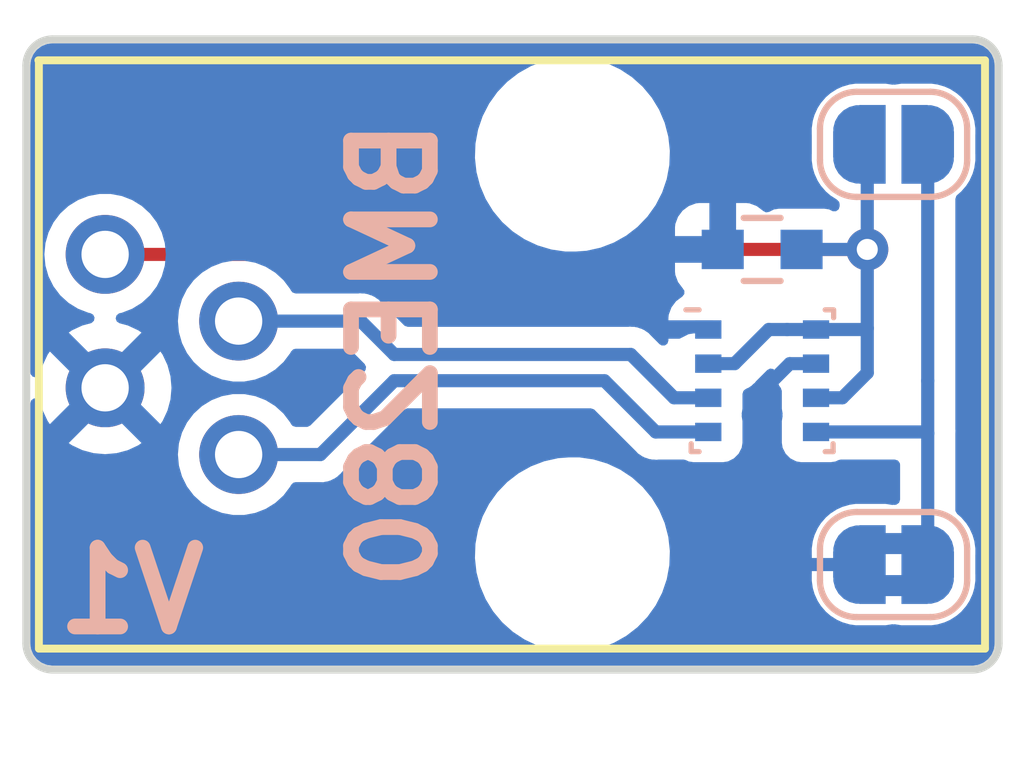
<source format=kicad_pcb>
(kicad_pcb (version 20221018) (generator pcbnew)
  (title_block (title "BME280 Peripheral") (date "2018-09-13") (rev "1") (company "Alex M."))
  (layers (0 "F.Cu" signal) (31 "B.Cu" signal) (34 "B.Paste" user) (35 "F.Paste" user) (36 "B.SilkS" user "B.Silkscreen") (37 "F.SilkS" user "F.Silkscreen") (38 "B.Mask" user) (39 "F.Mask" user) (44 "Edge.Cuts" user))
  (net 0 "")
  (net 1 "+3V3")
  (net 2 "GND")
  (net 3 "SDA")
  (net 4 "SCL")
  (net 5 "Net-(J1-Pad2)")
  (footprint "AlexComponents:A-2004-3-4-LP-N-R" (layer "F.Cu") (at 136 109.5 90)
    (fp_text reference "X1" hide)
    (fp_text value "RJ22")
    (fp_line (start -5.6 -1.26) (end 5.6 -1.26) (stroke (width 0.15)) (layer "F.SilkS"))
    (fp_line (start -5.6 16.74) (end -5.6 -1.26) (stroke (width 0.15)) (layer "F.SilkS"))
    (fp_line (start -5.6 16.74) (end 5.6 16.74) (stroke (width 0.15)) (layer "F.SilkS"))
    (fp_line (start 5.6 -1.27) (end 5.6 16.74) (stroke (width 0.15)) (layer "F.SilkS"))
    (pad "" np_thru_hole circle (at -3.81 8.89 90) (size 3.2 3.2) (drill 3.2) (layers "*.Cu" "*.Mask"))
    (pad "" np_thru_hole circle (at 3.81 8.89 90) (size 3.2 3.2) (drill 3.2) (layers "*.Cu" "*.Mask"))
    (pad "1" thru_hole circle (at -1.905 2.54 90) (size 1.5 1.5) (drill 0.9) (layers "*.Cu" "*.Mask") (net 4 "SCL"))
    (pad "2" thru_hole circle (at -0.635 0 90) (size 1.5 1.5) (drill 0.9) (layers "*.Cu" "*.Mask") (net 2 "GND"))
    (pad "3" thru_hole circle (at 0.635 2.54 90) (size 1.5 1.5) (drill 0.9) (layers "*.Cu" "*.Mask") (net 3 "SDA"))
    (pad "4" thru_hole circle (at 1.905 0 90) (size 1.5 1.5) (drill 0.9) (layers "*.Cu" "*.Mask") (net 1 "+3V3"))
  )
  (footprint "Jumper:SolderJumper-2_P1.3mm_Open_RoundedPad1.0x1.5mm" (layer "B.Cu") (at 151 105.5)
    (fp_text reference "J1" hide)
    (fp_text value "NO")
    (fp_line (start -1.4 -0.3) (end -1.4 0.3) (stroke (width 0.12)) (layer "B.SilkS"))
    (fp_line (start -0.7 1) (end 0.7 1) (stroke (width 0.12)) (layer "B.SilkS"))
    (fp_line (start 0.7 -1) (end -0.7 -1) (stroke (width 0.12)) (layer "B.SilkS"))
    (fp_line (start 1.4 0.3) (end 1.4 -0.3) (stroke (width 0.12)) (layer "B.SilkS"))
    (fp_arc (start -1.4 -0.3) (mid -1.194975 -0.794975) (end -0.7 -1) (stroke (width 0.12)) (layer "B.SilkS"))
    (fp_arc (start -0.7 1) (mid -1.194975 0.794975) (end -1.4 0.3) (stroke (width 0.12)) (layer "B.SilkS"))
    (fp_arc (start 0.7 -1) (mid 1.194975 -0.794975) (end 1.4 -0.3) (stroke (width 0.12)) (layer "B.SilkS"))
    (fp_arc (start 1.4 0.3) (mid 1.194975 0.794975) (end 0.7 1) (stroke (width 0.12)) (layer "B.SilkS"))
    (pad "1" smd custom (at -0.65 0) (size 1 0.5) (layers "B.Cu" "B.Mask") (net 1 "+3V3") (options (clearance outline) (anchor rect)) (primitives (gr_circle (center 0 -0.25) (end 0.5 -0.25) (width 0) (fill yes)) (gr_circle (center 0 0.25) (end 0.5 0.25) (width 0) (fill yes)) (gr_poly (pts (xy 0 0.75) (xy 0.5 0.75) (xy 0.5 -0.75) (xy 0 -0.75)) (width 0) (fill yes))))
    (pad "2" smd custom (at 0.65 0) (size 1 0.5) (layers "B.Cu" "B.Mask") (net 5 "Net-(J1-Pad2)") (options (clearance outline) (anchor rect)) (primitives (gr_circle (center 0 -0.25) (end 0.5 -0.25) (width 0) (fill yes)) (gr_circle (center 0 0.25) (end 0.5 0.25) (width 0) (fill yes)) (gr_poly (pts (xy 0 0.75) (xy -0.5 0.75) (xy -0.5 -0.75) (xy 0 -0.75)) (width 0) (fill yes))))
  )
  (footprint "Jumper:SolderJumper-2_P1.3mm_Bridged2Bar_RoundedPad1.0x1.5mm" (layer "B.Cu") (at 151 113.5)
    (fp_text reference "J2" hide)
    (fp_text value "NC")
    (fp_line (start -1.4 -0.3) (end -1.4 0.3) (stroke (width 0.12)) (layer "B.SilkS"))
    (fp_line (start -0.7 1) (end 0.7 1) (stroke (width 0.12)) (layer "B.SilkS"))
    (fp_line (start 0.7 -1) (end -0.7 -1) (stroke (width 0.12)) (layer "B.SilkS"))
    (fp_line (start 1.4 0.3) (end 1.4 -0.3) (stroke (width 0.12)) (layer "B.SilkS"))
    (fp_arc (start -1.4 -0.3) (mid -1.194975 -0.794975) (end -0.7 -1) (stroke (width 0.12)) (layer "B.SilkS"))
    (fp_arc (start -0.7 1) (mid -1.194975 0.794975) (end -1.4 0.3) (stroke (width 0.12)) (layer "B.SilkS"))
    (fp_arc (start 0.7 -1) (mid 1.194975 -0.794975) (end 1.4 -0.3) (stroke (width 0.12)) (layer "B.SilkS"))
    (fp_arc (start 1.4 0.3) (mid 1.194975 0.794975) (end 0.7 1) (stroke (width 0.12)) (layer "B.SilkS"))
    (pad "1" smd custom (at -0.65 0) (size 1 0.5) (layers "B.Cu" "B.Mask") (net 2 "GND") (options (clearance outline) (anchor rect)) (primitives (gr_circle (center 0 -0.25) (end 0.5 -0.25) (width 0) (fill yes)) (gr_circle (center 0 0.25) (end 0.5 0.25) (width 0) (fill yes)) (gr_poly (pts (xy 0.5 -0.75) (xy 0.5 0.75) (xy 0 0.75) (xy 0 -0.75)) (width 0) (fill yes)) (gr_poly (pts (xy 0.4 -0.2) (xy 0.9 -0.2) (xy 0.9 -0.6) (xy 0.4 -0.6)) (width 0) (fill yes)) (gr_poly (pts (xy 0.4 0.6) (xy 0.9 0.6) (xy 0.9 0.2) (xy 0.4 0.2)) (width 0) (fill yes))))
    (pad "2" smd custom (at 0.65 0) (size 1 0.5) (layers "B.Cu" "B.Mask") (net 5 "Net-(J1-Pad2)") (options (clearance outline) (anchor rect)) (primitives (gr_circle (center 0 -0.25) (end 0.5 -0.25) (width 0) (fill yes)) (gr_circle (center 0 0.25) (end 0.5 0.25) (width 0) (fill yes)) (gr_poly (pts (xy -0.5 -0.75) (xy -0.5 0.75) (xy 0 0.75) (xy 0 -0.75)) (width 0) (fill yes))))
  )
  (footprint "Housings_LGA:Bosch_LGA-8_2.5x2.5mm_Pitch0.65mm_ClockwisePinNumbering" (layer "B.Cu") (at 148.5 110 -90)
    (fp_text reference "U1" hide)
    (fp_text value "BME280")
    (fp_line (start -1.35 -1.36) (end -1.2 -1.36) (stroke (width 0.1)) (layer "B.SilkS"))
    (fp_line (start -1.35 -1.35) (end -1.35 -1.2) (stroke (width 0.1)) (layer "B.SilkS"))
    (fp_line (start -1.35 1.2) (end -1.35 1.45) (stroke (width 0.1)) (layer "B.SilkS"))
    (fp_line (start 1.2 1.35) (end 1.35 1.35) (stroke (width 0.1)) (layer "B.SilkS"))
    (fp_line (start 1.35 -1.35) (end 1.2 -1.35) (stroke (width 0.1)) (layer "B.SilkS"))
    (fp_line (start 1.35 -1.35) (end 1.35 -1.2) (stroke (width 0.1)) (layer "B.SilkS"))
    (fp_line (start 1.35 1.35) (end 1.35 1.2) (stroke (width 0.1)) (layer "B.SilkS"))
    (pad "1" smd rect (at -0.975 1.025 180) (size 0.5 0.35) (layers "B.Cu" "B.Paste" "B.Mask") (net 2 "GND"))
    (pad "2" smd rect (at -0.325 1.025 180) (size 0.5 0.35) (layers "B.Cu" "B.Paste" "B.Mask") (net 1 "+3V3"))
    (pad "3" smd rect (at 0.325 1.025 180) (size 0.5 0.35) (layers "B.Cu" "B.Paste" "B.Mask") (net 3 "SDA"))
    (pad "4" smd rect (at 0.975 1.025 180) (size 0.5 0.35) (layers "B.Cu" "B.Paste" "B.Mask") (net 4 "SCL"))
    (pad "5" smd rect (at 0.975 -1.025 180) (size 0.5 0.35) (layers "B.Cu" "B.Paste" "B.Mask") (net 5 "Net-(J1-Pad2)"))
    (pad "6" smd rect (at 0.325 -1.025 180) (size 0.5 0.35) (layers "B.Cu" "B.Paste" "B.Mask") (net 1 "+3V3"))
    (pad "7" smd rect (at -0.325 -1.025 180) (size 0.5 0.35) (layers "B.Cu" "B.Paste" "B.Mask") (net 2 "GND"))
    (pad "8" smd rect (at -0.975 -1.025 180) (size 0.5 0.35) (layers "B.Cu" "B.Paste" "B.Mask") (net 1 "+3V3"))
  )
  (footprint "Capacitors_SMD:C_0603" (layer "B.Cu") (at 148.5 107.5 180)
    (fp_text reference "C1" hide)
    (fp_text value "100u")
    (fp_line (start -0.35 0.6) (end 0.35 0.6) (stroke (width 0.12)) (layer "B.SilkS"))
    (fp_line (start 0.35 -0.6) (end -0.35 -0.6) (stroke (width 0.12)) (layer "B.SilkS"))
    (pad "1" smd rect (at -0.75 0 180) (size 0.8 0.75) (layers "B.Cu" "B.Paste" "B.Mask") (net 1 "+3V3"))
    (pad "2" smd rect (at 0.75 0 180) (size 0.8 0.75) (layers "B.Cu" "B.Paste" "B.Mask") (net 2 "GND"))
  )
  (gr_arc (start 152.5 103.5) (mid 152.853553 103.646447) (end 153 104) (stroke (width 0.15)) (layer "Edge.Cuts"))
  (gr_arc (start 134.5 104) (mid 134.646447 103.646447) (end 135 103.5) (stroke (width 0.15)) (layer "Edge.Cuts"))
  (gr_line (start 152.5 115.5) (end 135 115.5) (stroke (width 0.15)) (layer "Edge.Cuts"))
  (gr_arc (start 135 115.5) (mid 134.646447 115.353553) (end 134.5 115) (stroke (width 0.15)) (layer "Edge.Cuts"))
  (gr_line (start 134.5 115) (end 134.5 104) (stroke (width 0.15)) (layer "Edge.Cuts"))
  (gr_arc (start 153 115) (mid 152.853553 115.353553) (end 152.5 115.5) (stroke (width 0.15)) (layer "Edge.Cuts"))
  (gr_line (start 135 103.5) (end 152.5 103.5) (stroke (width 0.15)) (layer "Edge.Cuts"))
  (gr_line (start 153 104) (end 153 115) (stroke (width 0.15)) (layer "Edge.Cuts"))
  (gr_text "BME280" (at 141.5 109.5 90) (layer "B.SilkS") (effects (font (size 1.5 1.5) (thickness 0.3)) (justify mirror)))
  (gr_text "V1" (at 136.5 114) (layer "B.SilkS") (effects (font (size 1.5 1.5) (thickness 0.3)) (justify mirror)))
  (segment (start 146.5 107.5) (end 150.5 107.5) (width 0.25) (layer "F.Cu") (net 1))
  (segment (start 136 107.595) (end 143.095 107.595) (width 0.25) (layer "F.Cu") (net 1))
  (segment (start 143.095 107.595) (end 143.5 108) (width 0.25) (layer "F.Cu") (net 1))
  (segment (start 143.5 108) (end 146 108) (width 0.25) (layer "F.Cu") (net 1))
  (segment (start 146 108) (end 146.5 107.5) (width 0.25) (layer "F.Cu") (net 1))
  (via (at 150.5 107.5) (size 0.8) (drill 0.4) (layers "F.Cu" "B.Cu") (net 1))
  (segment (start 150.5 109) (end 150.5 107.5) (width 0.25) (layer "B.Cu") (net 1))
  (segment (start 149.25 107.5) (end 150.5 107.5) (width 0.25) (layer "B.Cu") (net 1))
  (segment (start 150.475 109.025) (end 150.5 109) (width 0.25) (layer "B.Cu") (net 1))
  (segment (start 150.5 105.65) (end 150.35 105.5) (width 0.25) (layer "B.Cu") (net 1))
  (segment (start 149.525 109.025) (end 148.975 109.025) (width 0.25) (layer "B.Cu") (net 1))
  (segment (start 147.475 109.675) (end 147.975 109.675) (width 0.25) (layer "B.Cu") (net 1))
  (segment (start 150.5 109.85) (end 150.5 109) (width 0.25) (layer "B.Cu") (net 1))
  (segment (start 150.025 110.325) (end 150.5 109.85) (width 0.25) (layer "B.Cu") (net 1))
  (segment (start 149.525 110.325) (end 150.025 110.325) (width 0.25) (layer "B.Cu") (net 1))
  (segment (start 149.525 109.025) (end 150.475 109.025) (width 0.25) (layer "B.Cu") (net 1))
  (segment (start 148.625 109.025) (end 148.975 109.025) (width 0.25) (layer "B.Cu") (net 1))
  (segment (start 147.975 109.675) (end 148.625 109.025) (width 0.25) (layer "B.Cu") (net 1))
  (segment (start 150.5 107.5) (end 150.5 105.65) (width 0.25) (layer "B.Cu") (net 1))
  (segment (start 149.525 109.675) (end 149.025 109.675) (width 0.25) (layer "B.Cu") (net 2))
  (segment (start 149.025 109.675) (end 148.5 110.2) (width 0.25) (layer "B.Cu") (net 2))
  (segment (start 148.5 110.2) (end 148.5 111) (width 0.25) (layer "B.Cu") (net 2))
  (segment (start 150.35 113.5) (end 148.5 113.5) (width 0.25) (layer "B.Cu") (net 2))
  (segment (start 141.5 109.5) (end 140.865 108.865) (width 0.25) (layer "B.Cu") (net 3))
  (segment (start 146.825 110.325) (end 146 109.5) (width 0.25) (layer "B.Cu") (net 3))
  (segment (start 140.865 108.865) (end 138.54 108.865) (width 0.25) (layer "B.Cu") (net 3))
  (segment (start 147.475 110.325) (end 146.825 110.325) (width 0.25) (layer "B.Cu") (net 3))
  (segment (start 146 109.5) (end 141.5 109.5) (width 0.25) (layer "B.Cu") (net 3))
  (segment (start 146.475 110.975) (end 147.475 110.975) (width 0.25) (layer "B.Cu") (net 4))
  (segment (start 140.095 111.405) (end 141.5 110) (width 0.25) (layer "B.Cu") (net 4))
  (segment (start 138.54 111.405) (end 140.095 111.405) (width 0.25) (layer "B.Cu") (net 4))
  (segment (start 141.5 110) (end 145.5 110) (width 0.25) (layer "B.Cu") (net 4))
  (segment (start 145.5 110) (end 146.475 110.975) (width 0.25) (layer "B.Cu") (net 4))
  (segment (start 151.65 111) (end 151.65 113.5) (width 0.25) (layer "B.Cu") (net 5))
  (segment (start 151.65 105.5) (end 151.65 110) (width 0.25) (layer "B.Cu") (net 5))
  (segment (start 149.525 110.975) (end 151.625 110.975) (width 0.25) (layer "B.Cu") (net 5))
  (segment (start 151.65 110) (end 151.65 111) (width 0.25) (layer "B.Cu") (net 5))
  (segment (start 151.625 110.975) (end 151.65 111) (width 0.25) (layer "B.Cu") (net 5))
  (zone (net 2) (net_name "GND") (layer "B.Cu") (connect_pads (clearance 0.4)) (min_thickness 0.2) (fill yes (thermal_gap 0.508) (thermal_bridge_width 0.508))
    (polygon (pts (xy 134 116) (xy 153.5 116) (xy 153.5 103) (xy 134 103)))
  )
)
</source>
